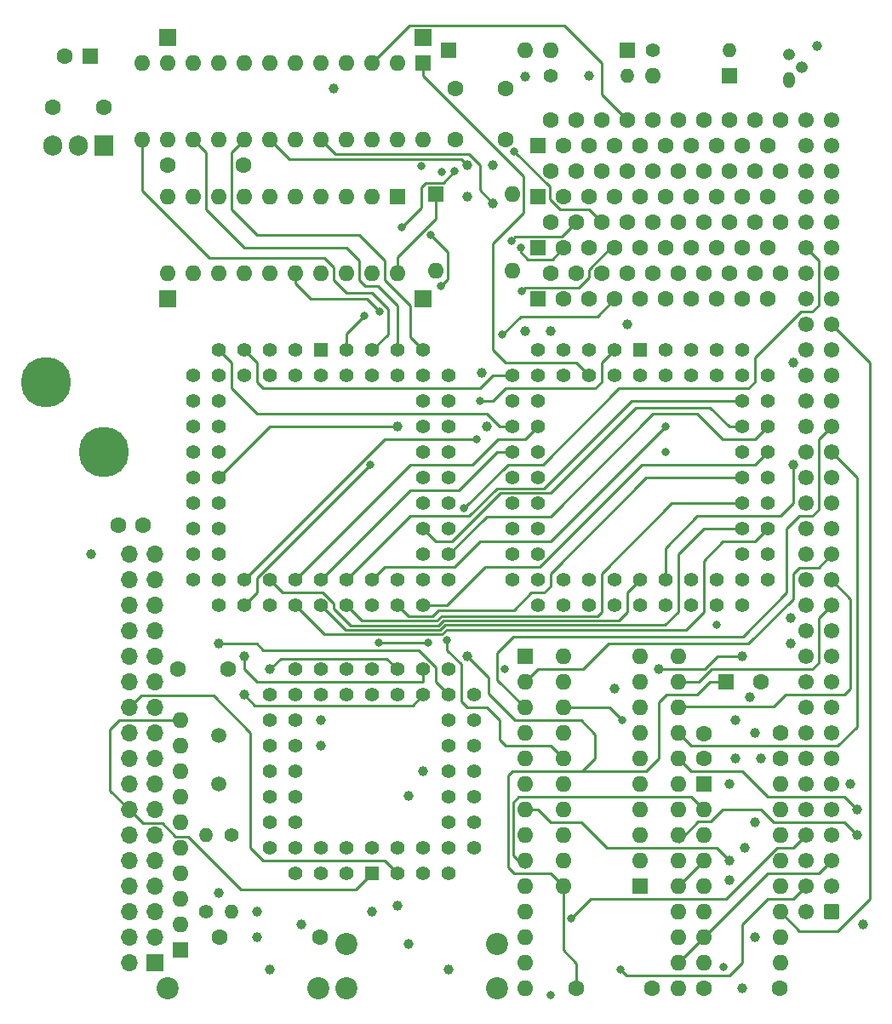
<source format=gbr>
%TF.GenerationSoftware,KiCad,Pcbnew,7.0.11+1*%
%TF.CreationDate,2024-04-14T15:49:11+02:00*%
%TF.ProjectId,GoldCard,476f6c64-4361-4726-942e-6b696361645f,rev?*%
%TF.SameCoordinates,Original*%
%TF.FileFunction,Copper,L2,Inr*%
%TF.FilePolarity,Positive*%
%FSLAX46Y46*%
G04 Gerber Fmt 4.6, Leading zero omitted, Abs format (unit mm)*
G04 Created by KiCad (PCBNEW 7.0.11+1) date 2024-04-14 15:49:11*
%MOMM*%
%LPD*%
G01*
G04 APERTURE LIST*
G04 Aperture macros list*
%AMRoundRect*
0 Rectangle with rounded corners*
0 $1 Rounding radius*
0 $2 $3 $4 $5 $6 $7 $8 $9 X,Y pos of 4 corners*
0 Add a 4 corners polygon primitive as box body*
4,1,4,$2,$3,$4,$5,$6,$7,$8,$9,$2,$3,0*
0 Add four circle primitives for the rounded corners*
1,1,$1+$1,$2,$3*
1,1,$1+$1,$4,$5*
1,1,$1+$1,$6,$7*
1,1,$1+$1,$8,$9*
0 Add four rect primitives between the rounded corners*
20,1,$1+$1,$2,$3,$4,$5,0*
20,1,$1+$1,$4,$5,$6,$7,0*
20,1,$1+$1,$6,$7,$8,$9,0*
20,1,$1+$1,$8,$9,$2,$3,0*%
G04 Aperture macros list end*
%TA.AperFunction,ComponentPad*%
%ADD10R,1.600000X1.600000*%
%TD*%
%TA.AperFunction,ComponentPad*%
%ADD11O,1.600000X1.600000*%
%TD*%
%TA.AperFunction,ComponentPad*%
%ADD12C,1.400000*%
%TD*%
%TA.AperFunction,ComponentPad*%
%ADD13O,1.400000X1.400000*%
%TD*%
%TA.AperFunction,ComponentPad*%
%ADD14R,1.700000X1.700000*%
%TD*%
%TA.AperFunction,ComponentPad*%
%ADD15O,1.700000X1.700000*%
%TD*%
%TA.AperFunction,ComponentPad*%
%ADD16O,1.200000X1.600000*%
%TD*%
%TA.AperFunction,ComponentPad*%
%ADD17O,1.200000X1.200000*%
%TD*%
%TA.AperFunction,ComponentPad*%
%ADD18C,0.800000*%
%TD*%
%TA.AperFunction,ComponentPad*%
%ADD19C,5.000000*%
%TD*%
%TA.AperFunction,ComponentPad*%
%ADD20C,2.200000*%
%TD*%
%TA.AperFunction,ComponentPad*%
%ADD21C,1.600000*%
%TD*%
%TA.AperFunction,ComponentPad*%
%ADD22C,1.000000*%
%TD*%
%TA.AperFunction,ComponentPad*%
%ADD23RoundRect,0.249999X0.525001X-0.525001X0.525001X0.525001X-0.525001X0.525001X-0.525001X-0.525001X0*%
%TD*%
%TA.AperFunction,ComponentPad*%
%ADD24C,1.550000*%
%TD*%
%TA.AperFunction,ComponentPad*%
%ADD25C,1.500000*%
%TD*%
%TA.AperFunction,ComponentPad*%
%ADD26R,1.422400X1.422400*%
%TD*%
%TA.AperFunction,ComponentPad*%
%ADD27C,1.422400*%
%TD*%
%TA.AperFunction,ComponentPad*%
%ADD28R,1.905000X2.000000*%
%TD*%
%TA.AperFunction,ComponentPad*%
%ADD29O,1.905000X2.000000*%
%TD*%
%TA.AperFunction,ViaPad*%
%ADD30C,0.800000*%
%TD*%
%TA.AperFunction,ViaPad*%
%ADD31C,1.000000*%
%TD*%
%TA.AperFunction,Conductor*%
%ADD32C,0.250000*%
%TD*%
G04 APERTURE END LIST*
D10*
%TO.N,GND*%
%TO.C,U6*%
X219456000Y-129540000D03*
D11*
%TO.N,unconnected-(U6-A0-Pad2)*%
X219456000Y-127000000D03*
%TO.N,/A10*%
X219456000Y-124460000D03*
%TO.N,/A17*%
X219456000Y-121920000D03*
%TO.N,/A11*%
X219456000Y-119380000D03*
%TO.N,/A9*%
X219456000Y-116840000D03*
%TO.N,/A8*%
X219456000Y-114300000D03*
%TO.N,/A13*%
X219456000Y-111760000D03*
%TO.N,/A14*%
X219456000Y-109220000D03*
%TO.N,GND*%
X219456000Y-106680000D03*
%TO.N,/AG14*%
X211836000Y-106680000D03*
%TO.N,/AG13*%
X211836000Y-109220000D03*
%TO.N,/AG8*%
X211836000Y-111760000D03*
%TO.N,/AG9*%
X211836000Y-114300000D03*
%TO.N,/AG11*%
X211836000Y-116840000D03*
%TO.N,/AG17*%
X211836000Y-119380000D03*
%TO.N,/AG10*%
X211836000Y-121920000D03*
%TO.N,unconnected-(U6-B0-Pad18)*%
X211836000Y-124460000D03*
%TO.N,GND*%
X211836000Y-127000000D03*
%TO.N,+5V*%
X211836000Y-129540000D03*
%TD*%
D12*
%TO.N,Net-(U12-SETCU)*%
%TO.C,R3*%
X176276000Y-132080000D03*
D13*
%TO.N,GND*%
X176276000Y-124460000D03*
%TD*%
D14*
%TO.N,GND*%
%TO.C,J2*%
X171196000Y-137160000D03*
D15*
%TO.N,unconnected-(J2-Pin_2-Pad2)*%
X168656000Y-137160000D03*
%TO.N,GND*%
X171196000Y-134620000D03*
%TO.N,unconnected-(J2-Pin_4-Pad4)*%
X168656000Y-134620000D03*
%TO.N,GND*%
X171196000Y-132080000D03*
%TO.N,unconnected-(J2-Pin_6-Pad6)*%
X168656000Y-132080000D03*
%TO.N,GND*%
X171196000Y-129540000D03*
%TO.N,/FDC_IP*%
X168656000Y-129540000D03*
%TO.N,GND*%
X171196000Y-127000000D03*
%TO.N,/DS0*%
X168656000Y-127000000D03*
%TO.N,GND*%
X171196000Y-124460000D03*
%TO.N,/DS1*%
X168656000Y-124460000D03*
%TO.N,GND*%
X171196000Y-121920000D03*
%TO.N,/DS2*%
X168656000Y-121920000D03*
%TO.N,GND*%
X171196000Y-119380000D03*
%TO.N,/MOTOR_ON*%
X168656000Y-119380000D03*
%TO.N,GND*%
X171196000Y-116840000D03*
%TO.N,/FDC_DIR*%
X168656000Y-116840000D03*
%TO.N,GND*%
X171196000Y-114300000D03*
%TO.N,/FDC_STEP*%
X168656000Y-114300000D03*
%TO.N,GND*%
X171196000Y-111760000D03*
%TO.N,/FDC_WD*%
X168656000Y-111760000D03*
%TO.N,GND*%
X171196000Y-109220000D03*
%TO.N,/FDC_WG*%
X168656000Y-109220000D03*
%TO.N,GND*%
X171196000Y-106680000D03*
%TO.N,/FDC_T0*%
X168656000Y-106680000D03*
%TO.N,GND*%
X171196000Y-104140000D03*
%TO.N,/FDC_WPRT*%
X168656000Y-104140000D03*
%TO.N,GND*%
X171196000Y-101600000D03*
%TO.N,/FDC_RD*%
X168656000Y-101600000D03*
%TO.N,GND*%
X171196000Y-99060000D03*
%TO.N,/FDC_HD*%
X168656000Y-99060000D03*
%TO.N,GND*%
X171196000Y-96520000D03*
%TO.N,unconnected-(J2-Pin_34-Pad34)*%
X168656000Y-96520000D03*
%TD*%
D10*
%TO.N,/RW*%
%TO.C,U4*%
X195326000Y-60960000D03*
D11*
%TO.N,/D7*%
X192786000Y-60960000D03*
%TO.N,/D6*%
X190246000Y-60960000D03*
%TO.N,/D5*%
X187706000Y-60960000D03*
%TO.N,/D4*%
X185166000Y-60960000D03*
%TO.N,/D3*%
X182626000Y-60960000D03*
%TO.N,/D2*%
X180086000Y-60960000D03*
%TO.N,/D1*%
X177546000Y-60960000D03*
%TO.N,/D0*%
X175006000Y-60960000D03*
%TO.N,GND*%
X172466000Y-60960000D03*
%TO.N,/DG0*%
X172466000Y-68580000D03*
%TO.N,/DG1*%
X175006000Y-68580000D03*
%TO.N,/DG2*%
X177546000Y-68580000D03*
%TO.N,/DG3*%
X180086000Y-68580000D03*
%TO.N,/DG4*%
X182626000Y-68580000D03*
%TO.N,/DG5*%
X185166000Y-68580000D03*
%TO.N,/DG6*%
X187706000Y-68580000D03*
%TO.N,/DG7*%
X190246000Y-68580000D03*
%TO.N,/RDL*%
X192786000Y-68580000D03*
%TO.N,+5V*%
X195326000Y-68580000D03*
%TD*%
D16*
%TO.N,/CSRTC*%
%TO.C,Q1*%
X234245700Y-49345300D03*
D17*
%TO.N,Net-(Q1-B)*%
X235515700Y-48075300D03*
%TO.N,Net-(Q1-C)*%
X234245700Y-46805300D03*
%TD*%
D10*
%TO.N,GND*%
%TO.C,D1*%
X200406000Y-46355000D03*
D11*
%TO.N,Net-(D1-A)*%
X208026000Y-46355000D03*
%TD*%
D18*
%TO.N,GND*%
%TO.C,H1*%
X158526000Y-79375000D03*
X159075175Y-78049175D03*
X159075175Y-80700825D03*
X160401000Y-77500000D03*
D19*
X160401000Y-79375000D03*
D18*
X160401000Y-81250000D03*
X161726825Y-78049175D03*
X161726825Y-80700825D03*
X162276000Y-79375000D03*
%TD*%
D20*
%TO.N,Net-(U12-FE50)*%
%TO.C,C3*%
X205232000Y-139700000D03*
%TO.N,Net-(C3-Pad2)*%
X190232000Y-139700000D03*
%TD*%
D21*
%TO.N,+5V*%
%TO.C,C10*%
X201081000Y-50165000D03*
%TO.N,GND*%
X206081000Y-50165000D03*
%TD*%
%TO.N,+5V*%
%TO.C,C14*%
X178482000Y-107950000D03*
%TO.N,GND*%
X173482000Y-107950000D03*
%TD*%
%TO.N,Net-(U7-XTAL_IN)*%
%TO.C,C1*%
X233426000Y-116800000D03*
%TO.N,GND*%
X233426000Y-114300000D03*
%TD*%
D22*
%TO.N,Net-(U7-XTAL_OUT)*%
%TO.C,Y3*%
X228981000Y-116840000D03*
%TO.N,Net-(U7-XTAL_IN)*%
X231521000Y-116840000D03*
%TD*%
D10*
%TO.N,GND*%
%TO.C,U8*%
X209296000Y-66040000D03*
D21*
%TO.N,/CAS0*%
X210566000Y-63500000D03*
%TO.N,/DG3*%
X211836000Y-66040000D03*
%TO.N,/DG1*%
X213106000Y-63500000D03*
%TO.N,GND*%
X214376000Y-66040000D03*
%TO.N,/DG0*%
X215646000Y-63500000D03*
%TO.N,/DG2*%
X216916000Y-66040000D03*
%TO.N,/RW*%
X218186000Y-63500000D03*
%TO.N,/RAS*%
X219456000Y-66040000D03*
%TO.N,/MA9*%
X220726000Y-63500000D03*
%TO.N,/MA0*%
X221996000Y-66040000D03*
%TO.N,/MA1*%
X223266000Y-63500000D03*
%TO.N,/MA2*%
X224536000Y-66040000D03*
%TO.N,/MA3*%
X225806000Y-63500000D03*
%TO.N,+5V*%
X227076000Y-66040000D03*
%TO.N,/MA4*%
X228346000Y-63500000D03*
%TO.N,/MA5*%
X229616000Y-66040000D03*
%TO.N,/MA6*%
X230886000Y-63500000D03*
%TO.N,/MA7*%
X232156000Y-66040000D03*
%TO.N,/MA8*%
X233426000Y-63500000D03*
%TD*%
D14*
%TO.N,unconnected-(J5-Pin_1-Pad1)*%
%TO.C,J5*%
X197866000Y-71120000D03*
%TD*%
D21*
%TO.N,+5V*%
%TO.C,C15*%
X201081000Y-55245000D03*
%TO.N,GND*%
X206081000Y-55245000D03*
%TD*%
D14*
%TO.N,unconnected-(J6-Pin_1-Pad1)*%
%TO.C,J6*%
X172466000Y-45085000D03*
%TD*%
D12*
%TO.N,GND*%
%TO.C,R1*%
X210566000Y-48895000D03*
D13*
%TO.N,Net-(D3-A)*%
X218186000Y-48895000D03*
%TD*%
D20*
%TO.N,Net-(U12-FE25)*%
%TO.C,C4*%
X205232000Y-135255000D03*
%TO.N,Net-(C3-Pad2)*%
X190232000Y-135255000D03*
%TD*%
D21*
%TO.N,Net-(U12-FILT)*%
%TO.C,C6*%
X177606000Y-134620000D03*
%TO.N,GND*%
X187606000Y-134620000D03*
%TD*%
D10*
%TO.N,+5V*%
%TO.C,X1*%
X199136000Y-60706000D03*
D11*
%TO.N,GND*%
X199136000Y-68326000D03*
%TO.N,/16MHZ*%
X206756000Y-68326000D03*
%TO.N,+5V*%
X206756000Y-60706000D03*
%TD*%
D10*
%TO.N,+5V*%
%TO.C,C16*%
X228021000Y-109220000D03*
D21*
%TO.N,GND*%
X231521000Y-109220000D03*
%TD*%
D23*
%TO.N,GND*%
%TO.C,J1*%
X238506000Y-132080000D03*
D24*
%TO.N,/D3*%
X238506000Y-129540000D03*
%TO.N,/D4*%
X238506000Y-127000000D03*
%TO.N,/D5*%
X238506000Y-124460000D03*
%TO.N,/D6*%
X238506000Y-121920000D03*
%TO.N,/D7*%
X238506000Y-119380000D03*
%TO.N,/A18*%
X238506000Y-116840000D03*
X238506000Y-114300000D03*
%TO.N,/A17*%
X238506000Y-111760000D03*
%TO.N,/A16*%
X238506000Y-109220000D03*
%TO.N,unconnected-(J1-CLKCPU-Pada11)*%
X238506000Y-106680000D03*
%TO.N,unconnected-(J1-RED-Pada12)*%
X238506000Y-104140000D03*
%TO.N,/A14*%
X238506000Y-101600000D03*
%TO.N,/A13*%
X238506000Y-99060000D03*
%TO.N,/A12*%
X238506000Y-96520000D03*
%TO.N,/A11*%
X238506000Y-93980000D03*
%TO.N,/A10*%
X238506000Y-91440000D03*
%TO.N,/A9*%
X238506000Y-88900000D03*
%TO.N,/A8*%
X238506000Y-86360000D03*
%TO.N,/A7*%
X238506000Y-83820000D03*
%TO.N,/A6*%
X238506000Y-81280000D03*
%TO.N,/A5*%
X238506000Y-78740000D03*
%TO.N,/A4*%
X238506000Y-76200000D03*
%TO.N,/A3*%
X238506000Y-73660000D03*
%TO.N,unconnected-(J1-~{DBG}-Pada25)*%
X238506000Y-71120000D03*
%TO.N,GND*%
X238506000Y-68580000D03*
%TO.N,unconnected-(J1-~{DSMC}-Pada27)*%
X238506000Y-66040000D03*
%TO.N,GND*%
X238506000Y-63500000D03*
X238506000Y-60960000D03*
%TO.N,unconnected-(J1-+12V-Pada30)*%
X238506000Y-58420000D03*
%TO.N,unconnected-(J1--12V-Pada31)*%
X238506000Y-55880000D03*
%TO.N,+9V*%
X238506000Y-53340000D03*
%TO.N,GND*%
X235966000Y-132080000D03*
%TO.N,/D2*%
X235966000Y-129540000D03*
%TO.N,/D1*%
X235966000Y-127000000D03*
%TO.N,/D0*%
X235966000Y-124460000D03*
%TO.N,unconnected-(J1-~{AS}-Padb5)*%
X235966000Y-121920000D03*
%TO.N,/DS*%
X235966000Y-119380000D03*
%TO.N,/RDW*%
X235966000Y-116840000D03*
%TO.N,/DTACK*%
X235966000Y-114300000D03*
%TO.N,unconnected-(J1-~{BG}-Padb9)*%
X235966000Y-111760000D03*
%TO.N,/A18*%
X235966000Y-109220000D03*
%TO.N,/A15*%
X235966000Y-106680000D03*
%TO.N,/RESET*%
X235966000Y-104140000D03*
%TO.N,unconnected-(J1-~{CSYNC}-Padb13)*%
X235966000Y-101600000D03*
%TO.N,unconnected-(J1-E-Padb14)*%
X235966000Y-99060000D03*
%TO.N,/VSYNC*%
X235966000Y-96520000D03*
%TO.N,/VPA*%
X235966000Y-93980000D03*
%TO.N,unconnected-(J1-GREEN-Padb17)*%
X235966000Y-91440000D03*
%TO.N,unconnected-(J1-BLUE-Padb18)*%
X235966000Y-88900000D03*
%TO.N,unconnected-(J1-FC2-Padb19)*%
X235966000Y-86360000D03*
%TO.N,/FC1*%
X235966000Y-83820000D03*
%TO.N,/FC0*%
X235966000Y-81280000D03*
%TO.N,/A0*%
X235966000Y-78740000D03*
%TO.N,unconnected-(J1-ROMOEH-Padb23)*%
X235966000Y-76200000D03*
%TO.N,/A1*%
X235966000Y-73660000D03*
%TO.N,/A2*%
X235966000Y-71120000D03*
%TO.N,GND*%
X235966000Y-68580000D03*
%TO.N,/IPL0*%
X235966000Y-66040000D03*
%TO.N,unconnected-(J1-~{BERR}-Padb28)*%
X235966000Y-63500000D03*
%TO.N,/IPL1*%
X235966000Y-60960000D03*
%TO.N,unconnected-(J1-~{EXTINT}-Padb30)*%
X235966000Y-58420000D03*
%TO.N,+9V*%
X235966000Y-55880000D03*
X235966000Y-53340000D03*
%TD*%
D25*
%TO.N,Net-(U12-OSC2{slash}CLK)*%
%TO.C,Y2*%
X177546000Y-119380000D03*
%TO.N,Net-(U12-OSC1)*%
X177546000Y-114500000D03*
%TD*%
D26*
%TO.N,GND*%
%TO.C,U2*%
X219456000Y-76200000D03*
D27*
%TO.N,/RAS*%
X219456000Y-78740000D03*
%TO.N,/DTA*%
X216916000Y-76200000D03*
%TO.N,/A0*%
X216916000Y-78740000D03*
%TO.N,/RDH*%
X214376000Y-76200000D03*
%TO.N,/WRH*%
X214376000Y-78740000D03*
%TO.N,/CAS0*%
X211836000Y-76200000D03*
%TO.N,/CAS1*%
X211836000Y-78740000D03*
%TO.N,/RDL*%
X209296000Y-76200000D03*
%TO.N,/UDS*%
X206756000Y-78740000D03*
%TO.N,/DTACK*%
X209296000Y-78740000D03*
%TO.N,/LDS*%
X206756000Y-81280000D03*
%TO.N,unconnected-(U2-I{slash}O_12A-Pad13)*%
X209296000Y-81280000D03*
%TO.N,/RW*%
X206756000Y-83820000D03*
%TO.N,/AG3*%
X209296000Y-83820000D03*
%TO.N,/AG5*%
X206756000Y-86360000D03*
%TO.N,/RESET*%
X209296000Y-86360000D03*
%TO.N,+5V*%
X206756000Y-88900000D03*
%TO.N,/AG19*%
X209296000Y-88900000D03*
%TO.N,/16MHZ*%
X206756000Y-91440000D03*
%TO.N,/AG20*%
X209296000Y-91440000D03*
%TO.N,/AG17*%
X206756000Y-93980000D03*
%TO.N,unconnected-(U2-I{slash}O_13B-Pad23)*%
X209296000Y-93980000D03*
%TO.N,/AG16*%
X206756000Y-96520000D03*
%TO.N,/AG14*%
X209296000Y-96520000D03*
%TO.N,/AG13*%
X206756000Y-99060000D03*
%TO.N,/A12*%
X209296000Y-101600000D03*
%TO.N,/A15*%
X209296000Y-99060000D03*
%TO.N,/A6*%
X211836000Y-101600000D03*
%TO.N,/A7*%
X211836000Y-99060000D03*
%TO.N,/A4*%
X214376000Y-101600000D03*
%TO.N,/A5*%
X214376000Y-99060000D03*
%TO.N,/A3*%
X216916000Y-101600000D03*
%TO.N,/A2*%
X216916000Y-99060000D03*
%TO.N,GND*%
X219456000Y-101600000D03*
%TO.N,/AG1*%
X219456000Y-99060000D03*
%TO.N,/A1*%
X221996000Y-101600000D03*
%TO.N,/CSRTC*%
X221996000Y-99060000D03*
%TO.N,/RDW*%
X224536000Y-101600000D03*
%TO.N,/A16*%
X224536000Y-99060000D03*
%TO.N,/MA5*%
X227076000Y-101600000D03*
%TO.N,/MA8*%
X227076000Y-99060000D03*
%TO.N,/DS*%
X229616000Y-101600000D03*
%TO.N,/FDCON_CS*%
X232156000Y-99060000D03*
%TO.N,/CSROM*%
X229616000Y-99060000D03*
%TO.N,unconnected-(U2-I{slash}O_35C-Pad46)*%
X232156000Y-96520000D03*
%TO.N,/RESFDC*%
X229616000Y-96520000D03*
%TO.N,/AG2*%
X232156000Y-93980000D03*
%TO.N,/AG4*%
X229616000Y-93980000D03*
%TO.N,/AG8*%
X232156000Y-91440000D03*
%TO.N,/AG6*%
X229616000Y-91440000D03*
%TO.N,+5V*%
X232156000Y-88900000D03*
%TO.N,/AG10*%
X229616000Y-88900000D03*
%TO.N,/AG12*%
X232156000Y-86360000D03*
%TO.N,/AG11*%
X229616000Y-86360000D03*
%TO.N,/AG15*%
X232156000Y-83820000D03*
%TO.N,/AG18*%
X229616000Y-83820000D03*
%TO.N,/AG9*%
X232156000Y-81280000D03*
%TO.N,/AG7*%
X229616000Y-81280000D03*
%TO.N,unconnected-(U2-I{slash}O_40D-Pad60)*%
X232156000Y-78740000D03*
%TO.N,/MA6*%
X229616000Y-76200000D03*
%TO.N,/MA7*%
X229616000Y-78740000D03*
%TO.N,/MA4*%
X227076000Y-76200000D03*
%TO.N,/MA3*%
X227076000Y-78740000D03*
%TO.N,/MA2*%
X224536000Y-76200000D03*
%TO.N,/MA1*%
X224536000Y-78740000D03*
%TO.N,/MA0*%
X221996000Y-76200000D03*
%TO.N,/MA9*%
X221996000Y-78740000D03*
%TD*%
D26*
%TO.N,/DG4*%
%TO.C,U1*%
X187706000Y-76200000D03*
D27*
%TO.N,/DG3*%
X187706000Y-78740000D03*
%TO.N,/DG2*%
X185166000Y-76200000D03*
%TO.N,/DG1*%
X185166000Y-78740000D03*
%TO.N,/DG0*%
X182626000Y-76200000D03*
%TO.N,unconnected-(U1-AS-Pad6)*%
X182626000Y-78740000D03*
%TO.N,/UDS*%
X180086000Y-76200000D03*
%TO.N,/LDS*%
X180086000Y-78740000D03*
%TO.N,/RW*%
X177546000Y-76200000D03*
%TO.N,/DTA*%
X175006000Y-78740000D03*
%TO.N,unconnected-(U1-BG-Pad11)*%
X177546000Y-78740000D03*
%TO.N,+5V*%
X175006000Y-81280000D03*
X177546000Y-81280000D03*
X175006000Y-83820000D03*
%TO.N,/16MHZ*%
X177546000Y-83820000D03*
%TO.N,GND*%
X175006000Y-86360000D03*
X177546000Y-86360000D03*
%TO.N,unconnected-(U1-NC-Pad18)*%
X175006000Y-88900000D03*
%TO.N,/RESET*%
X177546000Y-88900000D03*
X175006000Y-91440000D03*
%TO.N,unconnected-(U1-VMA-Pad21)*%
X177546000Y-91440000D03*
%TO.N,unconnected-(U1-E-Pad22)*%
X175006000Y-93980000D03*
%TO.N,/VPA*%
X177546000Y-93980000D03*
%TO.N,+5V*%
X175006000Y-96520000D03*
%TO.N,unconnected-(U1-IPL2-Pad25)*%
X177546000Y-96520000D03*
%TO.N,/IPL1*%
X175006000Y-99060000D03*
%TO.N,/IPL0*%
X177546000Y-101600000D03*
%TO.N,unconnected-(U1-FC2-Pad28)*%
X177546000Y-99060000D03*
%TO.N,/FC1*%
X180086000Y-101600000D03*
%TO.N,/FC0*%
X180086000Y-99060000D03*
%TO.N,unconnected-(U1-NC-Pad31)*%
X182626000Y-101600000D03*
%TO.N,/AG1*%
X182626000Y-99060000D03*
%TO.N,/AG2*%
X185166000Y-101600000D03*
%TO.N,/AG3*%
X185166000Y-99060000D03*
%TO.N,/AG4*%
X187706000Y-101600000D03*
%TO.N,/AG5*%
X187706000Y-99060000D03*
%TO.N,/AG6*%
X190246000Y-101600000D03*
%TO.N,/AG7*%
X190246000Y-99060000D03*
%TO.N,/AG8*%
X192786000Y-101600000D03*
%TO.N,/AG9*%
X192786000Y-99060000D03*
%TO.N,/AG10*%
X195326000Y-101600000D03*
%TO.N,/AG11*%
X195326000Y-99060000D03*
%TO.N,/AG12*%
X197866000Y-101600000D03*
%TO.N,/AG13*%
X200406000Y-99060000D03*
%TO.N,/AG14*%
X197866000Y-99060000D03*
%TO.N,/AG15*%
X200406000Y-96520000D03*
%TO.N,/AG16*%
X197866000Y-96520000D03*
%TO.N,/AG17*%
X200406000Y-93980000D03*
%TO.N,/AG18*%
X197866000Y-93980000D03*
%TO.N,/AG19*%
X200406000Y-91440000D03*
%TO.N,/AG20*%
X197866000Y-91440000D03*
%TO.N,+5V*%
X200406000Y-88900000D03*
%TO.N,unconnected-(U1-A21-Pad53)*%
X197866000Y-88900000D03*
%TO.N,unconnected-(U1-A22-Pad54)*%
X200406000Y-86360000D03*
%TO.N,unconnected-(U1-A23-Pad55)*%
X197866000Y-86360000D03*
%TO.N,GND*%
X200406000Y-83820000D03*
X197866000Y-83820000D03*
%TO.N,/DG15*%
X200406000Y-81280000D03*
%TO.N,/DG14*%
X197866000Y-81280000D03*
%TO.N,/DG13*%
X200406000Y-78740000D03*
%TO.N,/DG12*%
X197866000Y-76200000D03*
%TO.N,/DG11*%
X197866000Y-78740000D03*
%TO.N,/DG10*%
X195326000Y-76200000D03*
%TO.N,/DG9*%
X195326000Y-78740000D03*
%TO.N,/DG8*%
X192786000Y-76200000D03*
%TO.N,/DG7*%
X192786000Y-78740000D03*
%TO.N,/DG6*%
X190246000Y-76200000D03*
%TO.N,/DG5*%
X190246000Y-78740000D03*
%TD*%
D21*
%TO.N,+5V*%
%TO.C,C7*%
X225806000Y-139700000D03*
%TO.N,GND*%
X233306000Y-139700000D03*
%TD*%
%TO.N,+5V*%
%TO.C,C11*%
X167533000Y-93599000D03*
%TO.N,GND*%
X170033000Y-93599000D03*
%TD*%
D12*
%TO.N,Net-(U12-FILT)*%
%TO.C,R4*%
X178816000Y-124460000D03*
D13*
%TO.N,Net-(C3-Pad2)*%
X178816000Y-132080000D03*
%TD*%
D10*
%TO.N,/WRH*%
%TO.C,U5*%
X197866000Y-47625000D03*
D11*
X195326000Y-47625000D03*
%TO.N,/RW*%
X192786000Y-47625000D03*
%TO.N,/D7*%
X190246000Y-47625000D03*
%TO.N,/D6*%
X187706000Y-47625000D03*
%TO.N,/D5*%
X185166000Y-47625000D03*
%TO.N,/D4*%
X182626000Y-47625000D03*
%TO.N,/D3*%
X180086000Y-47625000D03*
%TO.N,/D2*%
X177546000Y-47625000D03*
%TO.N,/D1*%
X175006000Y-47625000D03*
%TO.N,/D0*%
X172466000Y-47625000D03*
%TO.N,GND*%
X169926000Y-47625000D03*
%TO.N,/DG8*%
X169926000Y-55245000D03*
%TO.N,/DG9*%
X172466000Y-55245000D03*
%TO.N,/DG10*%
X175006000Y-55245000D03*
%TO.N,/DG11*%
X177546000Y-55245000D03*
%TO.N,/DG12*%
X180086000Y-55245000D03*
%TO.N,/DG13*%
X182626000Y-55245000D03*
%TO.N,/DG14*%
X185166000Y-55245000D03*
%TO.N,/DG15*%
X187706000Y-55245000D03*
%TO.N,/RDH*%
X190246000Y-55245000D03*
%TO.N,GND*%
X192786000Y-55245000D03*
X195326000Y-55245000D03*
%TO.N,+5V*%
X197866000Y-55245000D03*
%TD*%
D21*
%TO.N,+5V*%
%TO.C,C12*%
X172506000Y-57785000D03*
%TO.N,GND*%
X180006000Y-57785000D03*
%TD*%
D28*
%TO.N,+9V*%
%TO.C,U0*%
X166116000Y-55880000D03*
D29*
%TO.N,GND*%
X163576000Y-55880000D03*
%TO.N,+5V*%
X161036000Y-55880000D03*
%TD*%
D21*
%TO.N,+5V*%
%TO.C,C13*%
X213146000Y-139700000D03*
%TO.N,GND*%
X220646000Y-139700000D03*
%TD*%
D10*
%TO.N,GND*%
%TO.C,U11*%
X209296000Y-60960000D03*
D21*
%TO.N,/CAS1*%
X210566000Y-58420000D03*
%TO.N,/DG14*%
X211836000Y-60960000D03*
%TO.N,/DG13*%
X213106000Y-58420000D03*
%TO.N,GND*%
X214376000Y-60960000D03*
%TO.N,/DG12*%
X215646000Y-58420000D03*
%TO.N,/DG15*%
X216916000Y-60960000D03*
%TO.N,/RW*%
X218186000Y-58420000D03*
%TO.N,/RAS*%
X219456000Y-60960000D03*
%TO.N,/MA9*%
X220726000Y-58420000D03*
%TO.N,/MA0*%
X221996000Y-60960000D03*
%TO.N,/MA1*%
X223266000Y-58420000D03*
%TO.N,/MA2*%
X224536000Y-60960000D03*
%TO.N,/MA3*%
X225806000Y-58420000D03*
%TO.N,+5V*%
X227076000Y-60960000D03*
%TO.N,/MA4*%
X228346000Y-58420000D03*
%TO.N,/MA5*%
X229616000Y-60960000D03*
%TO.N,/MA6*%
X230886000Y-58420000D03*
%TO.N,/MA7*%
X232156000Y-60960000D03*
%TO.N,/MA8*%
X233426000Y-58420000D03*
%TD*%
D14*
%TO.N,+5V*%
%TO.C,J4*%
X172466000Y-71120000D03*
%TD*%
D10*
%TO.N,Net-(Q1-C)*%
%TO.C,U7*%
X225806000Y-119380000D03*
D11*
%TO.N,/A1*%
X225806000Y-121920000D03*
%TO.N,/RDW*%
X225806000Y-124460000D03*
%TO.N,/D7*%
X225806000Y-127000000D03*
%TO.N,/D6*%
X225806000Y-129540000D03*
%TO.N,/D5*%
X225806000Y-132080000D03*
%TO.N,/D4*%
X225806000Y-134620000D03*
%TO.N,Net-(D1-A)*%
X225806000Y-137160000D03*
%TO.N,/A5*%
X233426000Y-137160000D03*
%TO.N,/A4*%
X233426000Y-134620000D03*
%TO.N,/A3*%
X233426000Y-132080000D03*
%TO.N,/A2*%
X233426000Y-129540000D03*
%TO.N,unconnected-(U7-~{INT}-Pad13)*%
X233426000Y-127000000D03*
%TO.N,Net-(U7-XTAL_OUT)*%
X233426000Y-124460000D03*
%TO.N,Net-(U7-XTAL_IN)*%
X233426000Y-121920000D03*
%TO.N,+5V*%
X233426000Y-119380000D03*
%TD*%
D18*
%TO.N,GND*%
%TO.C,H2*%
X164241000Y-86360000D03*
X164790175Y-85034175D03*
X164790175Y-87685825D03*
X166116000Y-84485000D03*
D19*
X166116000Y-86360000D03*
D18*
X166116000Y-88235000D03*
X167441825Y-85034175D03*
X167441825Y-87685825D03*
X167991000Y-86360000D03*
%TD*%
D10*
%TO.N,/A15*%
%TO.C,U3*%
X208026000Y-106680000D03*
D11*
%TO.N,/A12*%
X208026000Y-109220000D03*
%TO.N,/A7*%
X208026000Y-111760000D03*
%TO.N,/A6*%
X208026000Y-114300000D03*
%TO.N,/A5*%
X208026000Y-116840000D03*
%TO.N,/A4*%
X208026000Y-119380000D03*
%TO.N,/A3*%
X208026000Y-121920000D03*
%TO.N,/A2*%
X208026000Y-124460000D03*
%TO.N,/A1*%
X208026000Y-127000000D03*
%TO.N,/A0*%
X208026000Y-129540000D03*
%TO.N,/D0*%
X208026000Y-132080000D03*
%TO.N,/D1*%
X208026000Y-134620000D03*
%TO.N,/D2*%
X208026000Y-137160000D03*
%TO.N,GND*%
X208026000Y-139700000D03*
%TO.N,/D3*%
X223266000Y-139700000D03*
%TO.N,/D4*%
X223266000Y-137160000D03*
%TO.N,/D5*%
X223266000Y-134620000D03*
%TO.N,/D6*%
X223266000Y-132080000D03*
%TO.N,/D7*%
X223266000Y-129540000D03*
%TO.N,/CSROM*%
X223266000Y-127000000D03*
%TO.N,/A10*%
X223266000Y-124460000D03*
%TO.N,GND*%
X223266000Y-121920000D03*
%TO.N,/A11*%
X223266000Y-119380000D03*
%TO.N,/A9*%
X223266000Y-116840000D03*
%TO.N,/A8*%
X223266000Y-114300000D03*
%TO.N,/A13*%
X223266000Y-111760000D03*
%TO.N,/A14*%
X223266000Y-109220000D03*
%TO.N,+5V*%
X223266000Y-106680000D03*
%TD*%
D20*
%TO.N,Net-(C3-Pad2)*%
%TO.C,C5*%
X172466000Y-139700000D03*
%TO.N,GND*%
X187466000Y-139700000D03*
%TD*%
D10*
%TO.N,GND*%
%TO.C,U9*%
X209296000Y-71120000D03*
D21*
%TO.N,/CAS0*%
X210566000Y-68580000D03*
%TO.N,/DG7*%
X211836000Y-71120000D03*
%TO.N,/DG5*%
X213106000Y-68580000D03*
%TO.N,GND*%
X214376000Y-71120000D03*
%TO.N,/DG4*%
X215646000Y-68580000D03*
%TO.N,/DG6*%
X216916000Y-71120000D03*
%TO.N,/RW*%
X218186000Y-68580000D03*
%TO.N,/RAS*%
X219456000Y-71120000D03*
%TO.N,/MA9*%
X220726000Y-68580000D03*
%TO.N,/MA0*%
X221996000Y-71120000D03*
%TO.N,/MA1*%
X223266000Y-68580000D03*
%TO.N,/MA2*%
X224536000Y-71120000D03*
%TO.N,/MA3*%
X225806000Y-68580000D03*
%TO.N,+5V*%
X227076000Y-71120000D03*
%TO.N,/MA4*%
X228346000Y-68580000D03*
%TO.N,/MA5*%
X229616000Y-71120000D03*
%TO.N,/MA6*%
X230886000Y-68580000D03*
%TO.N,/MA7*%
X232156000Y-71120000D03*
%TO.N,/MA8*%
X233426000Y-68580000D03*
%TD*%
%TO.N,Net-(U7-XTAL_OUT)*%
%TO.C,C2*%
X225806000Y-116820000D03*
%TO.N,GND*%
X225806000Y-114320000D03*
%TD*%
D10*
%TO.N,+9V*%
%TO.C,D3*%
X228346000Y-48895000D03*
D11*
%TO.N,Net-(D3-A)*%
X220726000Y-48895000D03*
%TD*%
D26*
%TO.N,/DS2*%
%TO.C,U12*%
X192786000Y-128270000D03*
D27*
%TO.N,N/C*%
X192786000Y-125730000D03*
%TO.N,/FDC_WD*%
X195326000Y-128270000D03*
%TO.N,/FDC_DIR*%
X195326000Y-125730000D03*
%TO.N,/MOTOR_ON*%
X197866000Y-128270000D03*
X197866000Y-125730000D03*
%TO.N,/DS1*%
X200406000Y-128270000D03*
%TO.N,/DS0*%
X202946000Y-125730000D03*
%TO.N,/FDC_HD*%
X200406000Y-125730000D03*
%TO.N,/FDC_T0*%
X202946000Y-123190000D03*
%TO.N,/FDC_IP*%
X200406000Y-123190000D03*
%TO.N,/FDC_WPRT*%
X202946000Y-120650000D03*
%TO.N,N/C*%
X200406000Y-120650000D03*
%TO.N,GND*%
X202946000Y-118110000D03*
%TO.N,+5V*%
X200406000Y-118110000D03*
%TO.N,/RDW*%
X202946000Y-115570000D03*
%TO.N,/A1*%
X200406000Y-115570000D03*
%TO.N,/FDCON_CS*%
X202946000Y-113030000D03*
%TO.N,/A5*%
X200406000Y-113030000D03*
%TO.N,/A6*%
X202946000Y-110490000D03*
%TO.N,/A7*%
X200406000Y-107950000D03*
%TO.N,/D0*%
X200406000Y-110490000D03*
%TO.N,/D1*%
X197866000Y-107950000D03*
%TO.N,/D2*%
X197866000Y-110490000D03*
%TO.N,/D3*%
X195326000Y-107950000D03*
%TO.N,/D4*%
X195326000Y-110490000D03*
%TO.N,N/C*%
X192786000Y-107950000D03*
%TO.N,/D5*%
X192786000Y-110490000D03*
%TO.N,/D6*%
X190246000Y-107950000D03*
%TO.N,/D7*%
X190246000Y-110490000D03*
%TO.N,unconnected-(U12-DRQ-Pad31)*%
X187706000Y-107950000D03*
%TO.N,+5V*%
X187706000Y-110490000D03*
X185166000Y-107950000D03*
%TO.N,unconnected-(U12-INTRQ-Pad34)*%
X182626000Y-110490000D03*
%TO.N,/VSYNC*%
X185166000Y-110490000D03*
%TO.N,N/C*%
X182626000Y-113030000D03*
X185166000Y-113030000D03*
%TO.N,Net-(U12-OSC1)*%
X182626000Y-115570000D03*
%TO.N,Net-(U12-OSC2{slash}CLK)*%
X185166000Y-115570000D03*
%TO.N,Net-(U12-FILT)*%
X182626000Y-118110000D03*
%TO.N,Net-(U12-FE50)*%
X185166000Y-118110000D03*
%TO.N,Net-(U12-FE25)*%
X182626000Y-120650000D03*
%TO.N,unconnected-(U12-DR3-Pad43)*%
X185166000Y-120650000D03*
%TO.N,/FDC_RD*%
X182626000Y-123190000D03*
%TO.N,/MOTOR_ON*%
X185166000Y-123190000D03*
%TO.N,N/C*%
X182626000Y-125730000D03*
%TO.N,GND*%
X185166000Y-128270000D03*
X185166000Y-125730000D03*
%TO.N,/FDC_WG*%
X187706000Y-128270000D03*
%TO.N,/FDC_STEP*%
X187706000Y-125730000D03*
%TO.N,unconnected-(U12-RPM{slash}LC-Pad51)*%
X190246000Y-128270000D03*
%TO.N,unconnected-(U12-MOTOR3-Pad52)*%
X190246000Y-125730000D03*
%TD*%
D10*
%TO.N,Net-(D2-K)*%
%TO.C,D2*%
X218186000Y-46355000D03*
D11*
%TO.N,Net-(D1-A)*%
X210566000Y-46355000D03*
%TD*%
D21*
%TO.N,+9V*%
%TO.C,C9*%
X166076000Y-52070000D03*
%TO.N,GND*%
X161076000Y-52070000D03*
%TD*%
D10*
%TO.N,GND*%
%TO.C,U10*%
X209296000Y-55880000D03*
D21*
%TO.N,/CAS1*%
X210566000Y-53340000D03*
%TO.N,/DG11*%
X211836000Y-55880000D03*
%TO.N,/DG10*%
X213106000Y-53340000D03*
%TO.N,GND*%
X214376000Y-55880000D03*
%TO.N,/DG8*%
X215646000Y-53340000D03*
%TO.N,/DG9*%
X216916000Y-55880000D03*
%TO.N,/RW*%
X218186000Y-53340000D03*
%TO.N,/RAS*%
X219456000Y-55880000D03*
%TO.N,/MA9*%
X220726000Y-53340000D03*
%TO.N,/MA0*%
X221996000Y-55880000D03*
%TO.N,/MA1*%
X223266000Y-53340000D03*
%TO.N,/MA2*%
X224536000Y-55880000D03*
%TO.N,/MA3*%
X225806000Y-53340000D03*
%TO.N,+5V*%
X227076000Y-55880000D03*
%TO.N,/MA4*%
X228346000Y-53340000D03*
%TO.N,/MA5*%
X229616000Y-55880000D03*
%TO.N,/MA6*%
X230886000Y-53340000D03*
%TO.N,/MA7*%
X232156000Y-55880000D03*
%TO.N,/MA8*%
X233426000Y-53340000D03*
%TD*%
D12*
%TO.N,Net-(D3-A)*%
%TO.C,R2*%
X220726000Y-46355000D03*
D13*
%TO.N,Net-(Q1-B)*%
X228346000Y-46355000D03*
%TD*%
D10*
%TO.N,+9V*%
%TO.C,C8*%
X164737400Y-46990000D03*
D21*
%TO.N,GND*%
X162237400Y-46990000D03*
%TD*%
D14*
%TO.N,Net-(D2-K)*%
%TO.C,J3*%
X197866000Y-45085000D03*
%TD*%
D10*
%TO.N,+5V*%
%TO.C,RN1*%
X173736000Y-135890000D03*
D11*
%TO.N,unconnected-(RN1-R1-Pad2)*%
X173736000Y-133350000D03*
%TO.N,/FDC_IP*%
X173736000Y-130810000D03*
%TO.N,/DS0*%
X173736000Y-128270000D03*
%TO.N,/DS1*%
X173736000Y-125730000D03*
%TO.N,/FDC_RD*%
X173736000Y-123190000D03*
%TO.N,/FDC_T0*%
X173736000Y-120650000D03*
%TO.N,unconnected-(RN1-R7-Pad8)*%
X173736000Y-118110000D03*
%TO.N,/FDC_WPRT*%
X173736000Y-115570000D03*
%TO.N,/DS2*%
X173736000Y-113030000D03*
%TD*%
D30*
%TO.N,/AG9*%
X221996000Y-83820000D03*
%TO.N,/DTA*%
X203581000Y-81280000D03*
D31*
%TO.N,/RDW*%
X230886000Y-123190000D03*
%TO.N,/DTACK*%
X234696000Y-77470000D03*
D30*
%TO.N,/VSYNC*%
X193446400Y-105320000D03*
X198411000Y-105320000D03*
%TO.N,/FC1*%
X192654550Y-87630000D03*
%TO.N,/FC0*%
X203205000Y-85090000D03*
D31*
%TO.N,/A3*%
X228346000Y-127000000D03*
%TO.N,/A4*%
X229616000Y-139700000D03*
D30*
X210566000Y-140335000D03*
D31*
%TO.N,/A9*%
X241046000Y-121920000D03*
%TO.N,/A10*%
X241046000Y-124460000D03*
%TO.N,/A11*%
X240411000Y-119380000D03*
%TO.N,/A17*%
X216916000Y-109855000D03*
D30*
%TO.N,/IPL0*%
X201962300Y-91952800D03*
D31*
%TO.N,/D7*%
X195326000Y-131445000D03*
%TO.N,/D6*%
X192786000Y-132080000D03*
%TO.N,/D5*%
X185801000Y-133350000D03*
X187706000Y-113030000D03*
%TO.N,/D4*%
X187706000Y-115570000D03*
X200406000Y-137795000D03*
%TO.N,/D3*%
X182626000Y-107950000D03*
X182626000Y-137795000D03*
%TO.N,/IPL1*%
X237033000Y-45974000D03*
X164846000Y-96520000D03*
%TO.N,/A2*%
X228346000Y-128905000D03*
X210566000Y-74295000D03*
%TO.N,/A1*%
X218186000Y-73660000D03*
%TO.N,/VPA*%
X234442000Y-105410000D03*
%TO.N,/RESET*%
X195326000Y-83820000D03*
D30*
X221996000Y-86360000D03*
X227076000Y-103505000D03*
D31*
%TO.N,+5V*%
X202311000Y-106680000D03*
%TO.N,/DS*%
X234442000Y-102870000D03*
D30*
%TO.N,/D0*%
X212635600Y-132715000D03*
D31*
X177546000Y-130175000D03*
X177546000Y-105410000D03*
%TO.N,/D1*%
X180086000Y-106680000D03*
X181356000Y-132080000D03*
D30*
%TO.N,/D2*%
X217481200Y-137795000D03*
D31*
X181356000Y-134620000D03*
X180086000Y-110490000D03*
%TO.N,/16MHZ*%
X204216000Y-83820000D03*
D30*
%TO.N,/DG3*%
X207566500Y-66034700D03*
%TO.N,/DG2*%
X198628500Y-64730200D03*
X207653200Y-70352300D03*
X199673400Y-69785500D03*
%TO.N,/DG1*%
X206658400Y-65304200D03*
%TO.N,/DG0*%
X206944100Y-56417100D03*
X201041000Y-58420000D03*
X195758300Y-64003300D03*
D31*
%TO.N,/RW*%
X208026000Y-74295000D03*
D30*
%TO.N,/AG8*%
X217651600Y-113030000D03*
D31*
X228981000Y-113030000D03*
%TO.N,/AG9*%
X230886000Y-114300000D03*
%TO.N,/AG10*%
X229870000Y-125730000D03*
%TO.N,/AG11*%
X228346000Y-119380000D03*
D30*
X200276400Y-105010100D03*
%TO.N,/AG13*%
X205994000Y-107950000D03*
D31*
%TO.N,/DG15*%
X204851000Y-61595000D03*
%TO.N,/DG14*%
X202311000Y-60960000D03*
%TO.N,/DG13*%
X202311000Y-57785000D03*
%TO.N,/DG12*%
X204851000Y-57785000D03*
D30*
%TO.N,/DG11*%
X199771000Y-58435800D03*
%TO.N,/DG9*%
X197709900Y-57901800D03*
%TO.N,/DG6*%
X205740000Y-74676000D03*
X192006249Y-72779445D03*
%TO.N,/DG5*%
X193511000Y-72390000D03*
D31*
%TO.N,/CSRTC*%
X234696000Y-87630000D03*
%TO.N,/CSROM*%
X229616000Y-106680000D03*
X221361000Y-107950000D03*
%TO.N,Net-(D1-A)*%
X203708000Y-78486000D03*
D30*
X227794600Y-137574100D03*
D31*
X208026000Y-49022000D03*
%TO.N,/RDH*%
X188976000Y-50165000D03*
X214376000Y-48895000D03*
%TO.N,/FDCON_CS*%
X230378000Y-110744000D03*
%TO.N,Net-(Q1-C)*%
X230886000Y-134620000D03*
X241681000Y-133350000D03*
%TO.N,Net-(U12-FE50)*%
X197866000Y-118110000D03*
%TO.N,Net-(U12-FE25)*%
X196469000Y-135255000D03*
X196469000Y-120523000D03*
%TD*%
D32*
%TO.N,/DTA*%
X203581000Y-81280000D02*
X204851000Y-81280000D01*
X206121000Y-80010000D02*
X215011000Y-80010000D01*
X204851000Y-81280000D02*
X206121000Y-80010000D01*
%TO.N,/UDS*%
X206756000Y-78740000D02*
X204851000Y-78740000D01*
X204851000Y-78740000D02*
X203581000Y-80010000D01*
X203581000Y-80010000D02*
X181991000Y-80010000D01*
X181356000Y-77470000D02*
X180086000Y-76200000D01*
X181991000Y-80010000D02*
X181356000Y-79375000D01*
X181356000Y-79375000D02*
X181356000Y-77470000D01*
%TO.N,/AG9*%
X221996000Y-83820000D02*
X210566000Y-95250000D01*
X210566000Y-95250000D02*
X203568800Y-95250000D01*
X201028800Y-97790000D02*
X203568800Y-95250000D01*
%TO.N,/AG15*%
X232156000Y-83820000D02*
X230886000Y-85090000D01*
X220746600Y-82550000D02*
X210566000Y-92730600D01*
X230886000Y-85090000D02*
X227711000Y-85090000D01*
X227711000Y-85090000D02*
X225171000Y-82550000D01*
X225171000Y-82550000D02*
X220746600Y-82550000D01*
X210566000Y-92730600D02*
X204195400Y-92730600D01*
X204195400Y-92730600D02*
X200406000Y-96520000D01*
%TO.N,/AG18*%
X229616000Y-83820000D02*
X228346000Y-83820000D01*
X199136000Y-95250000D02*
X197866000Y-93980000D01*
X228346000Y-83820000D02*
X226441000Y-81915000D01*
X226441000Y-81915000D02*
X219046100Y-81915000D01*
X219046100Y-81915000D02*
X210566000Y-90395100D01*
X210566000Y-90395100D02*
X205604900Y-90395100D01*
X205604900Y-90395100D02*
X200750000Y-95250000D01*
X200750000Y-95250000D02*
X199136000Y-95250000D01*
%TO.N,/AG7*%
X229614500Y-81281500D02*
X218592700Y-81281500D01*
X218592700Y-81281500D02*
X209931000Y-89943200D01*
X209931000Y-89943200D02*
X205192800Y-89943200D01*
X205192800Y-89943200D02*
X202426000Y-92710000D01*
X202426000Y-92710000D02*
X196596000Y-92710000D01*
X196596000Y-92710000D02*
X190246000Y-99060000D01*
%TO.N,/AG12*%
X197867500Y-101598500D02*
X200206200Y-101598500D01*
X200206200Y-101598500D02*
X204014700Y-97790000D01*
X219651408Y-87630000D02*
X230886000Y-87630000D01*
X204014700Y-97790000D02*
X209491409Y-97790000D01*
X209491409Y-97790000D02*
X219651408Y-87630000D01*
X230886000Y-87630000D02*
X232156000Y-86360000D01*
%TO.N,/AG10*%
X195326000Y-101600000D02*
X196408000Y-102682000D01*
X196408000Y-102682000D02*
X198796500Y-102682000D01*
X198796500Y-102682000D02*
X199428100Y-102050400D01*
X199428100Y-102050400D02*
X206940600Y-102050400D01*
X210566000Y-99695000D02*
X210566000Y-98425000D01*
X206940600Y-102050400D02*
X208661000Y-100330000D01*
X208661000Y-100330000D02*
X209931000Y-100330000D01*
X209931000Y-100330000D02*
X210566000Y-99695000D01*
X210566000Y-98425000D02*
X220091000Y-88900000D01*
X220091000Y-88900000D02*
X229616000Y-88900000D01*
%TO.N,/AG6*%
X229616000Y-91440000D02*
X222631000Y-91440000D01*
X199689400Y-102651900D02*
X199207400Y-103133900D01*
X199207400Y-103133900D02*
X191779900Y-103133900D01*
X191779900Y-103133900D02*
X190246000Y-101600000D01*
X222631000Y-91440000D02*
X215646000Y-98425000D01*
X215646000Y-98425000D02*
X215646000Y-102235000D01*
X215646000Y-102235000D02*
X215229100Y-102651900D01*
X215229100Y-102651900D02*
X199689400Y-102651900D01*
%TO.N,/DTA*%
X215646000Y-77470000D02*
X216916000Y-76200000D01*
X215011000Y-80010000D02*
X215646000Y-79375000D01*
X215646000Y-79375000D02*
X215646000Y-77470000D01*
%TO.N,/RW*%
X204216000Y-82550000D02*
X181356000Y-82550000D01*
X206756000Y-83820000D02*
X205486000Y-83820000D01*
X205486000Y-83820000D02*
X204216000Y-82550000D01*
%TO.N,/AG3*%
X209296000Y-83820000D02*
X208026000Y-85090000D01*
X208026000Y-85090000D02*
X205296000Y-85090000D01*
X205296000Y-85090000D02*
X202756000Y-87630000D01*
X202756000Y-87630000D02*
X196596000Y-87630000D01*
X196596000Y-87630000D02*
X185166000Y-99060000D01*
%TO.N,/FC0*%
X180086000Y-99060000D02*
X194056000Y-85090000D01*
X194056000Y-85090000D02*
X203205000Y-85090000D01*
%TO.N,/DG5*%
X193511000Y-72390000D02*
X192241000Y-71120000D01*
X192241000Y-71120000D02*
X186693200Y-71120000D01*
X186693200Y-71120000D02*
X185166000Y-69592800D01*
X185166000Y-69592800D02*
X185166000Y-68580000D01*
%TO.N,/VSYNC*%
X193446400Y-105320000D02*
X198411000Y-105320000D01*
X198501000Y-105410000D02*
X198411000Y-105320000D01*
%TO.N,/FC1*%
X181356000Y-100330000D02*
X180086000Y-101600000D01*
X192654550Y-87630000D02*
X181356000Y-98848300D01*
X181356000Y-98848300D02*
X181356000Y-100330000D01*
%TO.N,/A3*%
X242316000Y-77470000D02*
X238506000Y-73660000D01*
X235331000Y-133985000D02*
X239141000Y-133985000D01*
X227076000Y-125730000D02*
X216194100Y-125730000D01*
X233426000Y-132080000D02*
X235331000Y-133985000D01*
X242316000Y-130810000D02*
X242316000Y-77470000D01*
X239141000Y-133985000D02*
X242316000Y-130810000D01*
X213654100Y-123190000D02*
X210566000Y-123190000D01*
X210566000Y-123190000D02*
X209296000Y-121920000D01*
X228346000Y-127000000D02*
X227076000Y-125730000D01*
X216194100Y-125730000D02*
X213654100Y-123190000D01*
X209296000Y-121920000D02*
X208026000Y-121920000D01*
%TO.N,/A7*%
X234061000Y-100330000D02*
X234061000Y-93980000D01*
X206845800Y-104685200D02*
X229705800Y-104685200D01*
X236601000Y-92710000D02*
X237236000Y-92075000D01*
X234061000Y-93980000D02*
X235331000Y-92710000D01*
X235331000Y-92710000D02*
X236601000Y-92710000D01*
X229705800Y-104685200D02*
X234061000Y-100330000D01*
X205254800Y-108988800D02*
X205254800Y-106276200D01*
X237236000Y-85090000D02*
X238506000Y-83820000D01*
X237236000Y-92075000D02*
X237236000Y-85090000D01*
X205254800Y-106276200D02*
X206845800Y-104685200D01*
X208026000Y-111760000D02*
X205254800Y-108988800D01*
%TO.N,/A8*%
X241046000Y-88900000D02*
X238506000Y-86360000D01*
X241046000Y-113665000D02*
X241046000Y-88900000D01*
X224536000Y-115570000D02*
X239141000Y-115570000D01*
X223266000Y-114300000D02*
X224536000Y-115570000D01*
X239141000Y-115570000D02*
X241046000Y-113665000D01*
%TO.N,/A9*%
X241046000Y-121920000D02*
X239776000Y-120650000D01*
X232166000Y-120650000D02*
X229616000Y-118100000D01*
X239776000Y-120650000D02*
X232166000Y-120650000D01*
X229616000Y-118100000D02*
X224526000Y-118100000D01*
X224526000Y-118100000D02*
X223266000Y-116840000D01*
%TO.N,/A10*%
X225243400Y-123117600D02*
X226513400Y-123117600D01*
X223266000Y-125095000D02*
X225243400Y-123117600D01*
X226513400Y-123117600D02*
X227711000Y-121920000D01*
X231521000Y-121920000D02*
X232791000Y-123190000D01*
X239776000Y-123190000D02*
X241046000Y-124460000D01*
X227711000Y-121920000D02*
X231521000Y-121920000D01*
X232791000Y-123190000D02*
X239776000Y-123190000D01*
%TO.N,/A12*%
X209296000Y-107950000D02*
X213818250Y-107950000D01*
X234696000Y-98451400D02*
X235331000Y-97816400D01*
X213818250Y-107950000D02*
X216358250Y-105410000D01*
X208026000Y-109220000D02*
X209296000Y-107950000D01*
X237209600Y-97816400D02*
X238506000Y-96520000D01*
X234696000Y-100965000D02*
X234696000Y-98451400D01*
X216358250Y-105410000D02*
X230251000Y-105410000D01*
X235331000Y-97816400D02*
X237209600Y-97816400D01*
X230251000Y-105410000D02*
X234696000Y-100965000D01*
%TO.N,/A13*%
X240411000Y-100965000D02*
X240411000Y-109855000D01*
X233971000Y-110490000D02*
X232791000Y-111670000D01*
X232791000Y-111670000D02*
X223356000Y-111670000D01*
X239776000Y-110490000D02*
X233971000Y-110490000D01*
X238506000Y-99060000D02*
X240411000Y-100965000D01*
X240411000Y-109855000D02*
X239776000Y-110490000D01*
%TO.N,/A14*%
X237236000Y-102870000D02*
X237236000Y-107315000D01*
X225331100Y-109220000D02*
X223266000Y-109220000D01*
X236601000Y-107950000D02*
X226601100Y-107950000D01*
X238506000Y-101600000D02*
X237236000Y-102870000D01*
X226601100Y-107950000D02*
X225331100Y-109220000D01*
X237236000Y-107315000D02*
X236601000Y-107950000D01*
%TO.N,/IPL0*%
X237236000Y-67310000D02*
X237236000Y-71755000D01*
X230251000Y-80010000D02*
X217357300Y-80010000D01*
X230886000Y-79375000D02*
X230251000Y-80010000D01*
X230886000Y-76962000D02*
X230886000Y-79375000D01*
X235966000Y-66040000D02*
X237236000Y-67310000D01*
X236601000Y-72390000D02*
X235458000Y-72390000D01*
X217357300Y-80010000D02*
X209794500Y-87572800D01*
X235458000Y-72390000D02*
X230886000Y-76962000D01*
X209794500Y-87572800D02*
X206342300Y-87572800D01*
X237236000Y-71755000D02*
X236601000Y-72390000D01*
X206342300Y-87572800D02*
X201962300Y-91952800D01*
%TO.N,/D7*%
X225806000Y-127000000D02*
X223266000Y-129540000D01*
%TO.N,/D4*%
X232156000Y-128270000D02*
X225806000Y-134620000D01*
X237236000Y-128270000D02*
X232156000Y-128270000D01*
X225806000Y-134620000D02*
X223266000Y-137160000D01*
X238506000Y-127000000D02*
X237236000Y-128270000D01*
%TO.N,/D3*%
X194261300Y-106885300D02*
X195326000Y-107950000D01*
X182626000Y-107950000D02*
X183690700Y-106885300D01*
X183690700Y-106885300D02*
X194261300Y-106885300D01*
%TO.N,/A1*%
X224536000Y-120650000D02*
X207391000Y-120650000D01*
X225806000Y-121920000D02*
X224536000Y-120650000D01*
X206847100Y-121193900D02*
X206847100Y-126456100D01*
X206847100Y-126456100D02*
X208026000Y-127635000D01*
X207391000Y-120650000D02*
X206847100Y-121193900D01*
%TO.N,/RESET*%
X182626000Y-83820000D02*
X195326000Y-83820000D01*
X177546000Y-88900000D02*
X182626000Y-83820000D01*
%TO.N,+5V*%
X211836000Y-129540000D02*
X210566000Y-128270000D01*
X221361000Y-116840000D02*
X221361000Y-111247100D01*
X204358650Y-110347350D02*
X207041300Y-113030000D01*
X199136000Y-63108300D02*
X195326000Y-66918300D01*
X199136000Y-60706000D02*
X199136000Y-63108300D01*
X215011000Y-114412400D02*
X215011000Y-116840000D01*
X213146000Y-137200000D02*
X211836000Y-135890000D01*
X220091000Y-118110000D02*
X221361000Y-116840000D01*
X213741000Y-118110000D02*
X220091000Y-118110000D01*
X222118100Y-110490000D02*
X221361000Y-111247100D01*
X215011000Y-116840000D02*
X213741000Y-118110000D01*
X207041300Y-113030000D02*
X213628600Y-113030000D01*
X206963600Y-128270000D02*
X206328600Y-127635000D01*
X225171000Y-110490000D02*
X222118100Y-110490000D01*
X213741000Y-118110000D02*
X206756000Y-118110000D01*
X210566000Y-128270000D02*
X206963600Y-128270000D01*
X228021000Y-109220000D02*
X226441000Y-109220000D01*
X202311000Y-106680000D02*
X204358650Y-108727650D01*
X206328600Y-127635000D02*
X206328600Y-118537400D01*
X204358650Y-108727650D02*
X204358650Y-110347350D01*
X195326000Y-68580000D02*
X195326000Y-66918300D01*
X213628600Y-113030000D02*
X215011000Y-114412400D01*
X226441000Y-109220000D02*
X225171000Y-110490000D01*
X206756000Y-118110000D02*
X206328600Y-118537400D01*
X213146000Y-139700000D02*
X213146000Y-137200000D01*
X211836000Y-135890000D02*
X211836000Y-129540000D01*
%TO.N,/D0*%
X234696000Y-125730000D02*
X235966000Y-124460000D01*
X199136000Y-107741600D02*
X197439400Y-106045000D01*
X212635600Y-132715000D02*
X214540600Y-130810000D01*
X200406000Y-110490000D02*
X199136000Y-109220000D01*
X199136000Y-109220000D02*
X199136000Y-107741600D01*
X197439400Y-106045000D02*
X181991000Y-106045000D01*
X181991000Y-106045000D02*
X181356000Y-105410000D01*
X214540600Y-130810000D02*
X228025009Y-130810000D01*
X181356000Y-105410000D02*
X177546000Y-105410000D01*
X233105009Y-125730000D02*
X234696000Y-125730000D01*
X228025009Y-130810000D02*
X233105009Y-125730000D01*
%TO.N,/D1*%
X180086000Y-106680000D02*
X180086000Y-107950000D01*
X180086000Y-107950000D02*
X181356000Y-109220000D01*
X181356000Y-109220000D02*
X197866000Y-109220000D01*
X197866000Y-109220000D02*
X197866000Y-107950000D01*
%TO.N,/D2*%
X229616000Y-133350000D02*
X229616000Y-137160000D01*
X181122200Y-111526200D02*
X180086000Y-110490000D01*
X218116200Y-138430000D02*
X217481200Y-137795000D01*
X232156000Y-130810000D02*
X229616000Y-133350000D01*
X234696000Y-130810000D02*
X232156000Y-130810000D01*
X229616000Y-137160000D02*
X228346000Y-138430000D01*
X197866000Y-110490000D02*
X196829800Y-111526200D01*
X235966000Y-129540000D02*
X234696000Y-130810000D01*
X228346000Y-138430000D02*
X218116200Y-138430000D01*
X196829800Y-111526200D02*
X181122200Y-111526200D01*
%TO.N,/DG3*%
X211836000Y-66040000D02*
X210709100Y-67166900D01*
X208276100Y-67166900D02*
X207566500Y-66457300D01*
X207566500Y-66457300D02*
X207566500Y-66034700D01*
X210709100Y-67166900D02*
X208276100Y-67166900D01*
%TO.N,/DG2*%
X214376000Y-68944200D02*
X213327100Y-69993100D01*
X213327100Y-69993100D02*
X208012400Y-69993100D01*
X200315500Y-69143400D02*
X200315500Y-66417200D01*
X199673400Y-69785500D02*
X200315500Y-69143400D01*
X200315500Y-66417200D02*
X198628500Y-64730200D01*
X216519000Y-66040000D02*
X214376000Y-68183000D01*
X208012400Y-69993100D02*
X207653200Y-70352300D01*
X214376000Y-68183000D02*
X214376000Y-68944200D01*
%TO.N,/DG1*%
X213106000Y-63500000D02*
X211693000Y-64913000D01*
X211693000Y-64913000D02*
X207049600Y-64913000D01*
X207049600Y-64913000D02*
X206658400Y-65304200D01*
%TO.N,/DG0*%
X199899600Y-59561400D02*
X198146800Y-59561400D01*
X197689000Y-62072600D02*
X195758300Y-64003300D01*
X197689000Y-60019200D02*
X197689000Y-62072600D01*
X210441500Y-61165700D02*
X210441500Y-59914500D01*
X198146800Y-59561400D02*
X197689000Y-60019200D01*
X210441500Y-59914500D02*
X206944100Y-56417100D01*
X215646000Y-63500000D02*
X214376000Y-62230000D01*
X214376000Y-62230000D02*
X211505800Y-62230000D01*
X211505800Y-62230000D02*
X210441500Y-61165700D01*
X201041000Y-58420000D02*
X199899600Y-59561400D01*
%TO.N,/RW*%
X218186000Y-53340000D02*
X215646000Y-50800000D01*
X215646000Y-47625000D02*
X211929100Y-43908100D01*
X215646000Y-50800000D02*
X215646000Y-47625000D01*
X178816000Y-77470000D02*
X177546000Y-76200000D01*
X178816000Y-80010000D02*
X178816000Y-77470000D01*
X196502900Y-43908100D02*
X192786000Y-47625000D01*
X211929100Y-43908100D02*
X196502900Y-43908100D01*
X181356000Y-82550000D02*
X178816000Y-80010000D01*
%TO.N,/AG1*%
X182626000Y-99060000D02*
X183896000Y-100330000D01*
X217317200Y-103103800D02*
X218186000Y-102235000D01*
X187907000Y-100330000D02*
X188976000Y-101399000D01*
X199876600Y-103103800D02*
X217317200Y-103103800D01*
X218186000Y-102235000D02*
X218186000Y-100330000D01*
X188976000Y-101399000D02*
X188976000Y-101900300D01*
X218186000Y-100330000D02*
X219456000Y-99060000D01*
X199394600Y-103585800D02*
X199876600Y-103103800D01*
X188976000Y-101900300D02*
X190661500Y-103585800D01*
X190661500Y-103585800D02*
X199394600Y-103585800D01*
X183896000Y-100330000D02*
X187907000Y-100330000D01*
%TO.N,/AG2*%
X224033400Y-104007600D02*
X225806000Y-102235000D01*
X227711000Y-95250000D02*
X230886000Y-95250000D01*
X225806000Y-97155000D02*
X227711000Y-95250000D01*
X188055600Y-104489600D02*
X199769000Y-104489600D01*
X199769000Y-104489600D02*
X200251000Y-104007600D01*
X200251000Y-104007600D02*
X224033400Y-104007600D01*
X225806000Y-102235000D02*
X225806000Y-97155000D01*
X230886000Y-95250000D02*
X232156000Y-93980000D01*
X185166000Y-101600000D02*
X188055600Y-104489600D01*
%TO.N,/AG4*%
X200063800Y-103555700D02*
X221945300Y-103555700D01*
X199581800Y-104037700D02*
X200063800Y-103555700D01*
X223266000Y-96520000D02*
X225806000Y-93980000D01*
X221945300Y-103555700D02*
X223266000Y-102235000D01*
X225806000Y-93980000D02*
X229616000Y-93980000D01*
X187706000Y-101600000D02*
X190143700Y-104037700D01*
X190143700Y-104037700D02*
X199581800Y-104037700D01*
X223266000Y-102235000D02*
X223266000Y-96520000D01*
%TO.N,/AG5*%
X206756000Y-86360000D02*
X205232000Y-86360000D01*
X201422000Y-90170000D02*
X196596000Y-90170000D01*
X196596000Y-90170000D02*
X187706000Y-99060000D01*
X205232000Y-86360000D02*
X201422000Y-90170000D01*
%TO.N,/AG8*%
X211836000Y-111760000D02*
X216381600Y-111760000D01*
X216381600Y-111760000D02*
X217651600Y-113030000D01*
%TO.N,/AG9*%
X194056000Y-97790000D02*
X201028800Y-97790000D01*
X192786000Y-99060000D02*
X194056000Y-97790000D01*
%TO.N,/AG11*%
X210566000Y-115570000D02*
X206121000Y-115570000D01*
X200276400Y-106032000D02*
X200276400Y-105010100D01*
X211836000Y-116840000D02*
X210566000Y-115570000D01*
X201676000Y-107431600D02*
X200276400Y-106032000D01*
X205486000Y-114935000D02*
X205486000Y-113030000D01*
X206121000Y-115570000D02*
X205486000Y-114935000D01*
X205486000Y-113030000D02*
X204216000Y-111760000D01*
X204216000Y-111760000D02*
X202311000Y-111760000D01*
X201676000Y-111125000D02*
X202311000Y-111760000D01*
X201676000Y-111125000D02*
X201676000Y-107431600D01*
%TO.N,/DG15*%
X202415726Y-56723000D02*
X203529363Y-57836637D01*
X189184000Y-56723000D02*
X202415726Y-56723000D01*
X203529363Y-60273363D02*
X204851000Y-61595000D01*
X203529363Y-57836637D02*
X203529363Y-60273363D01*
X187706000Y-55245000D02*
X189184000Y-56723000D01*
%TO.N,/DG13*%
X201700900Y-57174900D02*
X202311000Y-57785000D01*
X182626000Y-55245000D02*
X184555900Y-57174900D01*
X184555900Y-57174900D02*
X201700900Y-57174900D01*
%TO.N,/DG12*%
X196596000Y-71755000D02*
X196596000Y-74930000D01*
X194056000Y-69215000D02*
X196596000Y-71755000D01*
X194056000Y-67310000D02*
X194056000Y-69215000D01*
X178816000Y-62230000D02*
X181356000Y-64770000D01*
X196596000Y-74930000D02*
X197866000Y-76200000D01*
X181356000Y-64770000D02*
X191516000Y-64770000D01*
X180086000Y-55245000D02*
X178816000Y-56515000D01*
X191516000Y-64770000D02*
X194056000Y-67310000D01*
X178816000Y-56515000D02*
X178816000Y-62230000D01*
%TO.N,/DG10*%
X176276000Y-56515000D02*
X175006000Y-55245000D01*
X195326000Y-71755000D02*
X193421000Y-69850000D01*
X192151000Y-69850000D02*
X191516000Y-69215000D01*
X180086000Y-66040000D02*
X176276000Y-62230000D01*
X191516000Y-67310000D02*
X190246000Y-66040000D01*
X190246000Y-66040000D02*
X180086000Y-66040000D01*
X176276000Y-62230000D02*
X176276000Y-56515000D01*
X193421000Y-69850000D02*
X192151000Y-69850000D01*
X195326000Y-76200000D02*
X195326000Y-71755000D01*
X191516000Y-69215000D02*
X191516000Y-67310000D01*
%TO.N,/DG8*%
X176621300Y-67020300D02*
X188051300Y-67020300D01*
X169926000Y-60325000D02*
X176621300Y-67020300D01*
X194373500Y-74612500D02*
X192786000Y-76200000D01*
X190246000Y-70485000D02*
X192786000Y-70485000D01*
X188976000Y-67945000D02*
X188976000Y-69215000D01*
X188976000Y-69215000D02*
X190246000Y-70485000D01*
X169926000Y-55245000D02*
X169926000Y-60325000D01*
X188051300Y-67020300D02*
X188976000Y-67945000D01*
X194373500Y-72072500D02*
X194373500Y-74612500D01*
X192786000Y-70485000D02*
X194373500Y-72072500D01*
%TO.N,/DG6*%
X205740000Y-74676000D02*
X207581000Y-72835000D01*
X207581000Y-72835000D02*
X215201000Y-72835000D01*
X190246000Y-74539694D02*
X190246000Y-76200000D01*
X192006249Y-72779445D02*
X190246000Y-74539694D01*
X215201000Y-72835000D02*
X216916000Y-71120000D01*
%TO.N,/CSRTC*%
X221996000Y-95885000D02*
X225171000Y-92710000D01*
X225171000Y-92710000D02*
X233426000Y-92710000D01*
X221996000Y-99060000D02*
X221996000Y-95885000D01*
X234696000Y-91440000D02*
X234696000Y-87630000D01*
X233426000Y-92710000D02*
X234696000Y-91440000D01*
%TO.N,/CSROM*%
X225881300Y-107950000D02*
X227151300Y-106680000D01*
X227151300Y-106680000D02*
X229616000Y-106680000D01*
X221361000Y-107950000D02*
X225881300Y-107950000D01*
%TO.N,/DS2*%
X191204000Y-129852000D02*
X192786000Y-128270000D01*
X166751000Y-120015000D02*
X168656000Y-121920000D01*
X167640000Y-113030000D02*
X166751000Y-113919000D01*
X168656000Y-121920000D02*
X170021000Y-123285000D01*
X173736000Y-113030000D02*
X167640000Y-113030000D01*
X170021000Y-123285000D02*
X171926000Y-123285000D01*
X173246000Y-124605000D02*
X174516000Y-124605000D01*
X171926000Y-123285000D02*
X173246000Y-124605000D01*
X174516000Y-124605000D02*
X179763000Y-129852000D01*
X179763000Y-129852000D02*
X191204000Y-129852000D01*
X166751000Y-113919000D02*
X166751000Y-120015000D01*
%TO.N,/WRH*%
X206121000Y-77470000D02*
X204851000Y-76200000D01*
X204851000Y-65548100D02*
X207881000Y-62518100D01*
X213106000Y-77470000D02*
X206121000Y-77470000D01*
X204851000Y-76200000D02*
X204851000Y-65548100D01*
X207881000Y-62518100D02*
X207881000Y-58910000D01*
X207881000Y-58910000D02*
X197866000Y-48895000D01*
X197866000Y-48895000D02*
X197866000Y-47625000D01*
X214376000Y-78740000D02*
X213106000Y-77470000D01*
%TO.N,/FDC_WD*%
X177001200Y-110580200D02*
X180721000Y-114300000D01*
X181991000Y-127000000D02*
X194056000Y-127000000D01*
X169835800Y-110580200D02*
X177001200Y-110580200D01*
X180721000Y-125730000D02*
X181991000Y-127000000D01*
X194056000Y-127000000D02*
X195326000Y-128270000D01*
X168656000Y-111760000D02*
X169835800Y-110580200D01*
X180721000Y-114300000D02*
X180721000Y-125730000D01*
%TD*%
M02*

</source>
